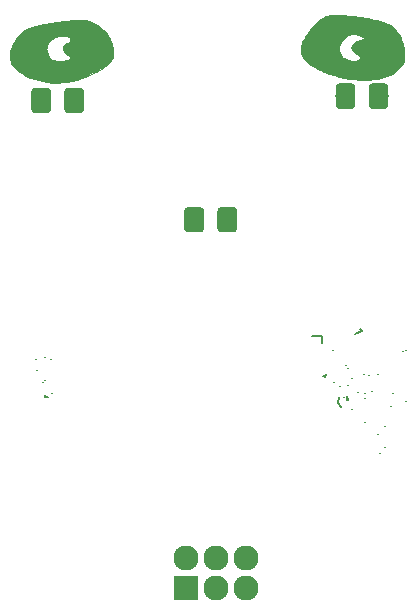
<source format=gbr>
G04 #@! TF.GenerationSoftware,KiCad,Pcbnew,(5.1.2)-1*
G04 #@! TF.CreationDate,2019-06-30T22:56:59-05:00*
G04 #@! TF.ProjectId,hank-hill-sao,68616e6b-2d68-4696-9c6c-2d73616f2e6b,rev?*
G04 #@! TF.SameCoordinates,Original*
G04 #@! TF.FileFunction,Soldermask,Bot*
G04 #@! TF.FilePolarity,Negative*
%FSLAX46Y46*%
G04 Gerber Fmt 4.6, Leading zero omitted, Abs format (unit mm)*
G04 Created by KiCad (PCBNEW (5.1.2)-1) date 2019-06-30 22:56:59*
%MOMM*%
%LPD*%
G04 APERTURE LIST*
%ADD10C,0.200000*%
%ADD11C,0.010000*%
%ADD12C,0.100000*%
%ADD13C,1.650000*%
%ADD14C,2.127200*%
%ADD15O,2.127200X2.127200*%
%ADD16R,2.127200X2.127200*%
G04 APERTURE END LIST*
D10*
X-14990875Y-18203593D02*
X-14990875Y-18203593D01*
X-16260565Y-18178565D02*
X-16260895Y-18178543D01*
X-15536912Y-19957873D02*
X-15536912Y-19957873D01*
X-16219075Y-19060258D02*
X-16219075Y-19060258D01*
X-14926540Y-21034535D02*
X-14926540Y-21068510D01*
X-15699452Y-20074288D02*
X-15699452Y-20071963D01*
X-15523967Y-18014593D02*
X-15523967Y-18014593D01*
X-15498842Y-21378395D02*
X-15304300Y-21355295D01*
X-15498842Y-21182593D02*
X-15498842Y-21378395D01*
X11261093Y-15772735D02*
X11090079Y-15621784D01*
X8855054Y-17441942D02*
X8855054Y-17441942D01*
X12621343Y-19435370D02*
X12621343Y-19435370D01*
X8904495Y-20106374D02*
X8904495Y-20106374D01*
X15039789Y-21760958D02*
X15039789Y-21760958D01*
X10734879Y-16042817D02*
X11261093Y-15772735D01*
X11449996Y-19424129D02*
X11449996Y-19424129D01*
X9527982Y-22188041D02*
X9283915Y-21911232D01*
X9283915Y-21911232D02*
X9322675Y-21341727D01*
X12836871Y-26094988D02*
X12836871Y-26094988D01*
X7923489Y-16809146D02*
X7879982Y-16199301D01*
X7879982Y-16199301D02*
X7031448Y-16205601D01*
X8157186Y-19686245D02*
X8226816Y-19446842D01*
X7975219Y-19576062D02*
X8157186Y-19686245D01*
X13932680Y-21022228D02*
X13932680Y-21022228D01*
X15023040Y-17383434D02*
X15023040Y-17383434D01*
X9449088Y-20465672D02*
X9449088Y-20465672D01*
X10431470Y-19743107D02*
X10431470Y-19743107D01*
X10109904Y-18920959D02*
X10109904Y-18920959D01*
X9951615Y-18685744D02*
X9951615Y-18685744D01*
X10138110Y-20383445D02*
X10138110Y-20383445D01*
X11852706Y-19528730D02*
X11852706Y-19528730D01*
X12145382Y-20868059D02*
X12145382Y-20868059D01*
X14769639Y-17490641D02*
X14769639Y-17490641D01*
X12631525Y-24503567D02*
X12631525Y-24503567D01*
X11517851Y-21480398D02*
X11517851Y-21480398D01*
X13739203Y-22170104D02*
X13739203Y-22170104D01*
X10417859Y-22432239D02*
X10417859Y-22432239D01*
X10946923Y-20991740D02*
X10946923Y-20991740D01*
X11517236Y-21001032D02*
X11517236Y-21001032D01*
X9773730Y-21363073D02*
X9773730Y-21363073D01*
X10059032Y-21315188D02*
X10104879Y-21630660D01*
X13261781Y-23849909D02*
X13261781Y-23849909D01*
X11519214Y-23493516D02*
X11519214Y-23493516D01*
X10050069Y-21615570D02*
X10059032Y-21315188D01*
X13280003Y-25629247D02*
X13280003Y-25629247D01*
D11*
G36*
X-12404078Y10557734D02*
G01*
X-12293733Y10551641D01*
X-12191207Y10541167D01*
X-12094775Y10526288D01*
X-12002713Y10506979D01*
X-11913296Y10483217D01*
X-11824801Y10454978D01*
X-11735503Y10422236D01*
X-11645900Y10385906D01*
X-11389975Y10270059D01*
X-11157639Y10147815D01*
X-10947647Y10018114D01*
X-10758755Y9879894D01*
X-10589719Y9732096D01*
X-10439294Y9573657D01*
X-10306236Y9403518D01*
X-10189301Y9220618D01*
X-10114426Y9080500D01*
X-10025958Y8890097D01*
X-9947425Y8697494D01*
X-9880581Y8507732D01*
X-9827185Y8325855D01*
X-9788991Y8156906D01*
X-9784918Y8134350D01*
X-9773341Y8047028D01*
X-9766131Y7947586D01*
X-9763306Y7843210D01*
X-9764882Y7741082D01*
X-9770879Y7648386D01*
X-9781314Y7572306D01*
X-9783503Y7561668D01*
X-9825166Y7410871D01*
X-9883271Y7266310D01*
X-9958717Y7127106D01*
X-10052400Y6992379D01*
X-10165220Y6861251D01*
X-10298074Y6732842D01*
X-10451860Y6606272D01*
X-10627476Y6480662D01*
X-10825819Y6355133D01*
X-11047789Y6228805D01*
X-11254960Y6120519D01*
X-11662775Y5926026D01*
X-12067800Y5755439D01*
X-12469652Y5608848D01*
X-12867946Y5486343D01*
X-13262299Y5388015D01*
X-13652327Y5313954D01*
X-14037646Y5264251D01*
X-14417873Y5238995D01*
X-14792623Y5238278D01*
X-14966950Y5246456D01*
X-15333479Y5281935D01*
X-15700385Y5342020D01*
X-16065346Y5426059D01*
X-16426043Y5533401D01*
X-16780155Y5663394D01*
X-17125362Y5815387D01*
X-17294383Y5899681D01*
X-17520939Y6026004D01*
X-17722903Y6157197D01*
X-17900705Y6293763D01*
X-18054775Y6436204D01*
X-18185544Y6585021D01*
X-18293441Y6740717D01*
X-18378895Y6903792D01*
X-18442338Y7074749D01*
X-18484198Y7254089D01*
X-18490758Y7296150D01*
X-18503566Y7468811D01*
X-18494835Y7654142D01*
X-18464691Y7851554D01*
X-18413259Y8060459D01*
X-18395653Y8113768D01*
X-15416148Y8113768D01*
X-15410120Y7956217D01*
X-15379134Y7796239D01*
X-15323139Y7633209D01*
X-15284146Y7547068D01*
X-15217514Y7427076D01*
X-15144338Y7328905D01*
X-15061692Y7250557D01*
X-14966648Y7190032D01*
X-14856278Y7145331D01*
X-14727654Y7114453D01*
X-14630400Y7100569D01*
X-14560725Y7094916D01*
X-14472997Y7091073D01*
X-14373245Y7089001D01*
X-14267496Y7088662D01*
X-14161777Y7090017D01*
X-14062115Y7093028D01*
X-13974538Y7097655D01*
X-13905072Y7103860D01*
X-13893800Y7105298D01*
X-13783931Y7122491D01*
X-13693218Y7141994D01*
X-13615430Y7165452D01*
X-13544332Y7194514D01*
X-13529460Y7201585D01*
X-13461681Y7240458D01*
X-13416807Y7281155D01*
X-13392367Y7326634D01*
X-13385800Y7373659D01*
X-13394441Y7421200D01*
X-13421438Y7466723D01*
X-13468404Y7511721D01*
X-13536951Y7557691D01*
X-13628692Y7606128D01*
X-13644817Y7613822D01*
X-13711790Y7646645D01*
X-13761391Y7674558D01*
X-13799948Y7701780D01*
X-13833791Y7732530D01*
X-13852400Y7752157D01*
X-13920446Y7840155D01*
X-13968982Y7936015D01*
X-14001547Y8046788D01*
X-14002475Y8051188D01*
X-14013699Y8153457D01*
X-14005192Y8250241D01*
X-13978794Y8338736D01*
X-13936344Y8416141D01*
X-13879679Y8479651D01*
X-13810638Y8526466D01*
X-13731061Y8553781D01*
X-13668838Y8559800D01*
X-13598724Y8571848D01*
X-13532712Y8605382D01*
X-13474701Y8656489D01*
X-13428590Y8721256D01*
X-13398276Y8795771D01*
X-13389691Y8839982D01*
X-13391950Y8918688D01*
X-13417455Y8988747D01*
X-13465008Y9048405D01*
X-13533407Y9095908D01*
X-13578435Y9115831D01*
X-13633022Y9134903D01*
X-13684630Y9149546D01*
X-13737862Y9160310D01*
X-13797324Y9167748D01*
X-13867624Y9172411D01*
X-13953365Y9174850D01*
X-14059154Y9175616D01*
X-14077950Y9175620D01*
X-14194326Y9174597D01*
X-14290728Y9171128D01*
X-14372524Y9164433D01*
X-14445087Y9153735D01*
X-14513787Y9138252D01*
X-14583993Y9117207D01*
X-14655800Y9091791D01*
X-14811857Y9021761D01*
X-14954322Y8933753D01*
X-15081133Y8829741D01*
X-15190228Y8711698D01*
X-15279546Y8581596D01*
X-15347023Y8441410D01*
X-15353526Y8424083D01*
X-15397267Y8269515D01*
X-15416148Y8113768D01*
X-18395653Y8113768D01*
X-18340664Y8280266D01*
X-18247032Y8510388D01*
X-18218950Y8572500D01*
X-18115529Y8781651D01*
X-18008463Y8967876D01*
X-17896174Y9133566D01*
X-17777087Y9281113D01*
X-17691118Y9372600D01*
X-17585670Y9471993D01*
X-17480539Y9557643D01*
X-17368942Y9634315D01*
X-17244100Y9706773D01*
X-17138650Y9760750D01*
X-17032326Y9810414D01*
X-16920877Y9857579D01*
X-16802965Y9902529D01*
X-16677253Y9945547D01*
X-16542406Y9986917D01*
X-16397086Y10026922D01*
X-16239957Y10065846D01*
X-16069681Y10103973D01*
X-15884923Y10141586D01*
X-15684344Y10178968D01*
X-15466609Y10216404D01*
X-15230381Y10254177D01*
X-14974322Y10292569D01*
X-14697096Y10331866D01*
X-14397367Y10372350D01*
X-14073797Y10414305D01*
X-14033500Y10419427D01*
X-13775201Y10451673D01*
X-13540238Y10479755D01*
X-13326887Y10503650D01*
X-13133424Y10523334D01*
X-12958124Y10538782D01*
X-12799264Y10549970D01*
X-12655119Y10556875D01*
X-12523965Y10559471D01*
X-12404078Y10557734D01*
X-12404078Y10557734D01*
G37*
X-12404078Y10557734D02*
X-12293733Y10551641D01*
X-12191207Y10541167D01*
X-12094775Y10526288D01*
X-12002713Y10506979D01*
X-11913296Y10483217D01*
X-11824801Y10454978D01*
X-11735503Y10422236D01*
X-11645900Y10385906D01*
X-11389975Y10270059D01*
X-11157639Y10147815D01*
X-10947647Y10018114D01*
X-10758755Y9879894D01*
X-10589719Y9732096D01*
X-10439294Y9573657D01*
X-10306236Y9403518D01*
X-10189301Y9220618D01*
X-10114426Y9080500D01*
X-10025958Y8890097D01*
X-9947425Y8697494D01*
X-9880581Y8507732D01*
X-9827185Y8325855D01*
X-9788991Y8156906D01*
X-9784918Y8134350D01*
X-9773341Y8047028D01*
X-9766131Y7947586D01*
X-9763306Y7843210D01*
X-9764882Y7741082D01*
X-9770879Y7648386D01*
X-9781314Y7572306D01*
X-9783503Y7561668D01*
X-9825166Y7410871D01*
X-9883271Y7266310D01*
X-9958717Y7127106D01*
X-10052400Y6992379D01*
X-10165220Y6861251D01*
X-10298074Y6732842D01*
X-10451860Y6606272D01*
X-10627476Y6480662D01*
X-10825819Y6355133D01*
X-11047789Y6228805D01*
X-11254960Y6120519D01*
X-11662775Y5926026D01*
X-12067800Y5755439D01*
X-12469652Y5608848D01*
X-12867946Y5486343D01*
X-13262299Y5388015D01*
X-13652327Y5313954D01*
X-14037646Y5264251D01*
X-14417873Y5238995D01*
X-14792623Y5238278D01*
X-14966950Y5246456D01*
X-15333479Y5281935D01*
X-15700385Y5342020D01*
X-16065346Y5426059D01*
X-16426043Y5533401D01*
X-16780155Y5663394D01*
X-17125362Y5815387D01*
X-17294383Y5899681D01*
X-17520939Y6026004D01*
X-17722903Y6157197D01*
X-17900705Y6293763D01*
X-18054775Y6436204D01*
X-18185544Y6585021D01*
X-18293441Y6740717D01*
X-18378895Y6903792D01*
X-18442338Y7074749D01*
X-18484198Y7254089D01*
X-18490758Y7296150D01*
X-18503566Y7468811D01*
X-18494835Y7654142D01*
X-18464691Y7851554D01*
X-18413259Y8060459D01*
X-18395653Y8113768D01*
X-15416148Y8113768D01*
X-15410120Y7956217D01*
X-15379134Y7796239D01*
X-15323139Y7633209D01*
X-15284146Y7547068D01*
X-15217514Y7427076D01*
X-15144338Y7328905D01*
X-15061692Y7250557D01*
X-14966648Y7190032D01*
X-14856278Y7145331D01*
X-14727654Y7114453D01*
X-14630400Y7100569D01*
X-14560725Y7094916D01*
X-14472997Y7091073D01*
X-14373245Y7089001D01*
X-14267496Y7088662D01*
X-14161777Y7090017D01*
X-14062115Y7093028D01*
X-13974538Y7097655D01*
X-13905072Y7103860D01*
X-13893800Y7105298D01*
X-13783931Y7122491D01*
X-13693218Y7141994D01*
X-13615430Y7165452D01*
X-13544332Y7194514D01*
X-13529460Y7201585D01*
X-13461681Y7240458D01*
X-13416807Y7281155D01*
X-13392367Y7326634D01*
X-13385800Y7373659D01*
X-13394441Y7421200D01*
X-13421438Y7466723D01*
X-13468404Y7511721D01*
X-13536951Y7557691D01*
X-13628692Y7606128D01*
X-13644817Y7613822D01*
X-13711790Y7646645D01*
X-13761391Y7674558D01*
X-13799948Y7701780D01*
X-13833791Y7732530D01*
X-13852400Y7752157D01*
X-13920446Y7840155D01*
X-13968982Y7936015D01*
X-14001547Y8046788D01*
X-14002475Y8051188D01*
X-14013699Y8153457D01*
X-14005192Y8250241D01*
X-13978794Y8338736D01*
X-13936344Y8416141D01*
X-13879679Y8479651D01*
X-13810638Y8526466D01*
X-13731061Y8553781D01*
X-13668838Y8559800D01*
X-13598724Y8571848D01*
X-13532712Y8605382D01*
X-13474701Y8656489D01*
X-13428590Y8721256D01*
X-13398276Y8795771D01*
X-13389691Y8839982D01*
X-13391950Y8918688D01*
X-13417455Y8988747D01*
X-13465008Y9048405D01*
X-13533407Y9095908D01*
X-13578435Y9115831D01*
X-13633022Y9134903D01*
X-13684630Y9149546D01*
X-13737862Y9160310D01*
X-13797324Y9167748D01*
X-13867624Y9172411D01*
X-13953365Y9174850D01*
X-14059154Y9175616D01*
X-14077950Y9175620D01*
X-14194326Y9174597D01*
X-14290728Y9171128D01*
X-14372524Y9164433D01*
X-14445087Y9153735D01*
X-14513787Y9138252D01*
X-14583993Y9117207D01*
X-14655800Y9091791D01*
X-14811857Y9021761D01*
X-14954322Y8933753D01*
X-15081133Y8829741D01*
X-15190228Y8711698D01*
X-15279546Y8581596D01*
X-15347023Y8441410D01*
X-15353526Y8424083D01*
X-15397267Y8269515D01*
X-15416148Y8113768D01*
X-18395653Y8113768D01*
X-18340664Y8280266D01*
X-18247032Y8510388D01*
X-18218950Y8572500D01*
X-18115529Y8781651D01*
X-18008463Y8967876D01*
X-17896174Y9133566D01*
X-17777087Y9281113D01*
X-17691118Y9372600D01*
X-17585670Y9471993D01*
X-17480539Y9557643D01*
X-17368942Y9634315D01*
X-17244100Y9706773D01*
X-17138650Y9760750D01*
X-17032326Y9810414D01*
X-16920877Y9857579D01*
X-16802965Y9902529D01*
X-16677253Y9945547D01*
X-16542406Y9986917D01*
X-16397086Y10026922D01*
X-16239957Y10065846D01*
X-16069681Y10103973D01*
X-15884923Y10141586D01*
X-15684344Y10178968D01*
X-15466609Y10216404D01*
X-15230381Y10254177D01*
X-14974322Y10292569D01*
X-14697096Y10331866D01*
X-14397367Y10372350D01*
X-14073797Y10414305D01*
X-14033500Y10419427D01*
X-13775201Y10451673D01*
X-13540238Y10479755D01*
X-13326887Y10503650D01*
X-13133424Y10523334D01*
X-12958124Y10538782D01*
X-12799264Y10549970D01*
X-12655119Y10556875D01*
X-12523965Y10559471D01*
X-12404078Y10557734D01*
G36*
X9234904Y10971372D02*
G01*
X9361030Y10968843D01*
X9483096Y10964738D01*
X9596202Y10959084D01*
X9673226Y10953765D01*
X9854846Y10938050D01*
X10056057Y10918401D01*
X10271462Y10895456D01*
X10495667Y10869854D01*
X10723278Y10842231D01*
X10948897Y10813228D01*
X11167132Y10783480D01*
X11372586Y10753628D01*
X11398250Y10749746D01*
X11733857Y10695774D01*
X12045247Y10639219D01*
X12333530Y10579389D01*
X12599817Y10515590D01*
X12845221Y10447126D01*
X13070852Y10373304D01*
X13277823Y10293430D01*
X13467244Y10206810D01*
X13640227Y10112749D01*
X13797884Y10010555D01*
X13941327Y9899532D01*
X14071666Y9778987D01*
X14190013Y9648226D01*
X14297479Y9506554D01*
X14395177Y9353278D01*
X14484217Y9187703D01*
X14565712Y9009136D01*
X14640771Y8816882D01*
X14681551Y8699564D01*
X14745948Y8496287D01*
X14797325Y8310200D01*
X14836469Y8137178D01*
X14864166Y7973091D01*
X14881206Y7813812D01*
X14888375Y7655214D01*
X14888719Y7613650D01*
X14880942Y7409375D01*
X14856476Y7221427D01*
X14814271Y7046121D01*
X14753279Y6879772D01*
X14672451Y6718692D01*
X14601445Y6604000D01*
X14543464Y6526723D01*
X14468698Y6441706D01*
X14382337Y6353946D01*
X14289573Y6268438D01*
X14195596Y6190180D01*
X14105596Y6124167D01*
X14097000Y6118422D01*
X13890474Y5994915D01*
X13663070Y5883404D01*
X13416486Y5784249D01*
X13152421Y5697811D01*
X12872575Y5624449D01*
X12578647Y5564524D01*
X12272336Y5518395D01*
X11955340Y5486424D01*
X11629360Y5468969D01*
X11296094Y5466391D01*
X11055350Y5473819D01*
X10621171Y5505752D01*
X10184571Y5560591D01*
X9748827Y5637581D01*
X9317217Y5735962D01*
X8893021Y5854977D01*
X8479517Y5993870D01*
X8079983Y6151881D01*
X8032750Y6172259D01*
X7920926Y6222625D01*
X7797585Y6281061D01*
X7668789Y6344490D01*
X7540603Y6409831D01*
X7419090Y6474006D01*
X7310317Y6533936D01*
X7239000Y6575285D01*
X7020341Y6713517D01*
X6826646Y6852318D01*
X6657478Y6992240D01*
X6512400Y7133829D01*
X6390978Y7277634D01*
X6292773Y7424205D01*
X6217350Y7574090D01*
X6164272Y7727836D01*
X6133103Y7885994D01*
X6125112Y7975600D01*
X6126262Y8096148D01*
X9355388Y8096148D01*
X9359289Y8000115D01*
X9369971Y7916266D01*
X9376523Y7886700D01*
X9402659Y7807643D01*
X9440720Y7719725D01*
X9486184Y7631834D01*
X9534531Y7552859D01*
X9571957Y7502419D01*
X9646702Y7422020D01*
X9728672Y7353324D01*
X9824384Y7291399D01*
X9912350Y7244832D01*
X10071412Y7177829D01*
X10237369Y7128880D01*
X10405426Y7098766D01*
X10570785Y7088268D01*
X10728650Y7098164D01*
X10772325Y7104957D01*
X10871908Y7129191D01*
X10957461Y7162980D01*
X11026925Y7204610D01*
X11078244Y7252369D01*
X11109360Y7304545D01*
X11118217Y7359423D01*
X11113240Y7388817D01*
X11084880Y7452134D01*
X11036936Y7519524D01*
X10973704Y7586405D01*
X10899481Y7648191D01*
X10824315Y7697086D01*
X10700761Y7772972D01*
X10600466Y7848265D01*
X10521409Y7924805D01*
X10461565Y8004434D01*
X10436046Y8050338D01*
X10403053Y8143712D01*
X10394842Y8237781D01*
X10410882Y8331097D01*
X10450646Y8422213D01*
X10513604Y8509679D01*
X10599228Y8592049D01*
X10647158Y8628595D01*
X10694618Y8660712D01*
X10744926Y8691130D01*
X10801501Y8721479D01*
X10867760Y8753392D01*
X10947119Y8788498D01*
X11042996Y8828430D01*
X11158807Y8874820D01*
X11182350Y8884106D01*
X11263056Y8915881D01*
X11337364Y8945141D01*
X11401509Y8970403D01*
X11451726Y8990185D01*
X11484248Y9003003D01*
X11493500Y9006654D01*
X11510692Y9014482D01*
X11512983Y9021868D01*
X11497722Y9032848D01*
X11465044Y9050037D01*
X11404046Y9080233D01*
X11330220Y9115151D01*
X11248370Y9152683D01*
X11163297Y9190717D01*
X11079806Y9227143D01*
X11002700Y9259851D01*
X10936780Y9286732D01*
X10886851Y9305674D01*
X10871191Y9310948D01*
X10830176Y9322848D01*
X10791674Y9331153D01*
X10749636Y9336482D01*
X10698016Y9339454D01*
X10630768Y9340687D01*
X10579100Y9340850D01*
X10478268Y9339166D01*
X10394980Y9333023D01*
X10321534Y9320792D01*
X10250233Y9300841D01*
X10173377Y9271539D01*
X10101301Y9239616D01*
X9954646Y9158488D01*
X9818155Y9056079D01*
X9694230Y8935296D01*
X9585273Y8799040D01*
X9493685Y8650219D01*
X9421869Y8491735D01*
X9383188Y8371160D01*
X9367456Y8290289D01*
X9358150Y8195746D01*
X9355388Y8096148D01*
X6126262Y8096148D01*
X6126626Y8134298D01*
X6147688Y8299042D01*
X6188613Y8470479D01*
X6249715Y8649256D01*
X6331309Y8836020D01*
X6433710Y9031418D01*
X6557232Y9236096D01*
X6702190Y9450702D01*
X6868900Y9675883D01*
X7057674Y9912286D01*
X7080946Y9940382D01*
X7238594Y10123925D01*
X7388684Y10285337D01*
X7533366Y10425960D01*
X7674788Y10547133D01*
X7815103Y10650198D01*
X7956459Y10736496D01*
X8101006Y10807368D01*
X8250895Y10864154D01*
X8408275Y10908194D01*
X8575297Y10940831D01*
X8714874Y10959367D01*
X8787800Y10965150D01*
X8881166Y10969214D01*
X8990072Y10971586D01*
X9109618Y10972296D01*
X9234904Y10971372D01*
X9234904Y10971372D01*
G37*
X9234904Y10971372D02*
X9361030Y10968843D01*
X9483096Y10964738D01*
X9596202Y10959084D01*
X9673226Y10953765D01*
X9854846Y10938050D01*
X10056057Y10918401D01*
X10271462Y10895456D01*
X10495667Y10869854D01*
X10723278Y10842231D01*
X10948897Y10813228D01*
X11167132Y10783480D01*
X11372586Y10753628D01*
X11398250Y10749746D01*
X11733857Y10695774D01*
X12045247Y10639219D01*
X12333530Y10579389D01*
X12599817Y10515590D01*
X12845221Y10447126D01*
X13070852Y10373304D01*
X13277823Y10293430D01*
X13467244Y10206810D01*
X13640227Y10112749D01*
X13797884Y10010555D01*
X13941327Y9899532D01*
X14071666Y9778987D01*
X14190013Y9648226D01*
X14297479Y9506554D01*
X14395177Y9353278D01*
X14484217Y9187703D01*
X14565712Y9009136D01*
X14640771Y8816882D01*
X14681551Y8699564D01*
X14745948Y8496287D01*
X14797325Y8310200D01*
X14836469Y8137178D01*
X14864166Y7973091D01*
X14881206Y7813812D01*
X14888375Y7655214D01*
X14888719Y7613650D01*
X14880942Y7409375D01*
X14856476Y7221427D01*
X14814271Y7046121D01*
X14753279Y6879772D01*
X14672451Y6718692D01*
X14601445Y6604000D01*
X14543464Y6526723D01*
X14468698Y6441706D01*
X14382337Y6353946D01*
X14289573Y6268438D01*
X14195596Y6190180D01*
X14105596Y6124167D01*
X14097000Y6118422D01*
X13890474Y5994915D01*
X13663070Y5883404D01*
X13416486Y5784249D01*
X13152421Y5697811D01*
X12872575Y5624449D01*
X12578647Y5564524D01*
X12272336Y5518395D01*
X11955340Y5486424D01*
X11629360Y5468969D01*
X11296094Y5466391D01*
X11055350Y5473819D01*
X10621171Y5505752D01*
X10184571Y5560591D01*
X9748827Y5637581D01*
X9317217Y5735962D01*
X8893021Y5854977D01*
X8479517Y5993870D01*
X8079983Y6151881D01*
X8032750Y6172259D01*
X7920926Y6222625D01*
X7797585Y6281061D01*
X7668789Y6344490D01*
X7540603Y6409831D01*
X7419090Y6474006D01*
X7310317Y6533936D01*
X7239000Y6575285D01*
X7020341Y6713517D01*
X6826646Y6852318D01*
X6657478Y6992240D01*
X6512400Y7133829D01*
X6390978Y7277634D01*
X6292773Y7424205D01*
X6217350Y7574090D01*
X6164272Y7727836D01*
X6133103Y7885994D01*
X6125112Y7975600D01*
X6126262Y8096148D01*
X9355388Y8096148D01*
X9359289Y8000115D01*
X9369971Y7916266D01*
X9376523Y7886700D01*
X9402659Y7807643D01*
X9440720Y7719725D01*
X9486184Y7631834D01*
X9534531Y7552859D01*
X9571957Y7502419D01*
X9646702Y7422020D01*
X9728672Y7353324D01*
X9824384Y7291399D01*
X9912350Y7244832D01*
X10071412Y7177829D01*
X10237369Y7128880D01*
X10405426Y7098766D01*
X10570785Y7088268D01*
X10728650Y7098164D01*
X10772325Y7104957D01*
X10871908Y7129191D01*
X10957461Y7162980D01*
X11026925Y7204610D01*
X11078244Y7252369D01*
X11109360Y7304545D01*
X11118217Y7359423D01*
X11113240Y7388817D01*
X11084880Y7452134D01*
X11036936Y7519524D01*
X10973704Y7586405D01*
X10899481Y7648191D01*
X10824315Y7697086D01*
X10700761Y7772972D01*
X10600466Y7848265D01*
X10521409Y7924805D01*
X10461565Y8004434D01*
X10436046Y8050338D01*
X10403053Y8143712D01*
X10394842Y8237781D01*
X10410882Y8331097D01*
X10450646Y8422213D01*
X10513604Y8509679D01*
X10599228Y8592049D01*
X10647158Y8628595D01*
X10694618Y8660712D01*
X10744926Y8691130D01*
X10801501Y8721479D01*
X10867760Y8753392D01*
X10947119Y8788498D01*
X11042996Y8828430D01*
X11158807Y8874820D01*
X11182350Y8884106D01*
X11263056Y8915881D01*
X11337364Y8945141D01*
X11401509Y8970403D01*
X11451726Y8990185D01*
X11484248Y9003003D01*
X11493500Y9006654D01*
X11510692Y9014482D01*
X11512983Y9021868D01*
X11497722Y9032848D01*
X11465044Y9050037D01*
X11404046Y9080233D01*
X11330220Y9115151D01*
X11248370Y9152683D01*
X11163297Y9190717D01*
X11079806Y9227143D01*
X11002700Y9259851D01*
X10936780Y9286732D01*
X10886851Y9305674D01*
X10871191Y9310948D01*
X10830176Y9322848D01*
X10791674Y9331153D01*
X10749636Y9336482D01*
X10698016Y9339454D01*
X10630768Y9340687D01*
X10579100Y9340850D01*
X10478268Y9339166D01*
X10394980Y9333023D01*
X10321534Y9320792D01*
X10250233Y9300841D01*
X10173377Y9271539D01*
X10101301Y9239616D01*
X9954646Y9158488D01*
X9818155Y9056079D01*
X9694230Y8935296D01*
X9585273Y8799040D01*
X9493685Y8650219D01*
X9421869Y8491735D01*
X9383188Y8371160D01*
X9367456Y8290289D01*
X9358150Y8195746D01*
X9355388Y8096148D01*
X6126262Y8096148D01*
X6126626Y8134298D01*
X6147688Y8299042D01*
X6188613Y8470479D01*
X6249715Y8649256D01*
X6331309Y8836020D01*
X6433710Y9031418D01*
X6557232Y9236096D01*
X6702190Y9450702D01*
X6868900Y9675883D01*
X7057674Y9912286D01*
X7080946Y9940382D01*
X7238594Y10123925D01*
X7388684Y10285337D01*
X7533366Y10425960D01*
X7674788Y10547133D01*
X7815103Y10650198D01*
X7956459Y10736496D01*
X8101006Y10807368D01*
X8250895Y10864154D01*
X8408275Y10908194D01*
X8575297Y10940831D01*
X8714874Y10959367D01*
X8787800Y10965150D01*
X8881166Y10969214D01*
X8990072Y10971586D01*
X9109618Y10972296D01*
X9234904Y10971372D01*
D12*
G36*
X-15340494Y4804671D02*
G01*
X-15308460Y4799919D01*
X-15277046Y4792050D01*
X-15246554Y4781140D01*
X-15217279Y4767294D01*
X-15189502Y4750645D01*
X-15163490Y4731353D01*
X-15139495Y4709605D01*
X-15117747Y4685610D01*
X-15098455Y4659598D01*
X-15081806Y4631821D01*
X-15067960Y4602546D01*
X-15057050Y4572054D01*
X-15049181Y4540640D01*
X-15044429Y4508606D01*
X-15042840Y4476260D01*
X-15042840Y2986260D01*
X-15044429Y2953914D01*
X-15049181Y2921880D01*
X-15057050Y2890466D01*
X-15067960Y2859974D01*
X-15081806Y2830699D01*
X-15098455Y2802922D01*
X-15117747Y2776910D01*
X-15139495Y2752915D01*
X-15163490Y2731167D01*
X-15189502Y2711875D01*
X-15217279Y2695226D01*
X-15246554Y2681380D01*
X-15277046Y2670470D01*
X-15308460Y2662601D01*
X-15340494Y2657849D01*
X-15372840Y2656260D01*
X-16362840Y2656260D01*
X-16395186Y2657849D01*
X-16427220Y2662601D01*
X-16458634Y2670470D01*
X-16489126Y2681380D01*
X-16518401Y2695226D01*
X-16546178Y2711875D01*
X-16572190Y2731167D01*
X-16596185Y2752915D01*
X-16617933Y2776910D01*
X-16637225Y2802922D01*
X-16653874Y2830699D01*
X-16667720Y2859974D01*
X-16678630Y2890466D01*
X-16686499Y2921880D01*
X-16691251Y2953914D01*
X-16692840Y2986260D01*
X-16692840Y4476260D01*
X-16691251Y4508606D01*
X-16686499Y4540640D01*
X-16678630Y4572054D01*
X-16667720Y4602546D01*
X-16653874Y4631821D01*
X-16637225Y4659598D01*
X-16617933Y4685610D01*
X-16596185Y4709605D01*
X-16572190Y4731353D01*
X-16546178Y4750645D01*
X-16518401Y4767294D01*
X-16489126Y4781140D01*
X-16458634Y4792050D01*
X-16427220Y4799919D01*
X-16395186Y4804671D01*
X-16362840Y4806260D01*
X-15372840Y4806260D01*
X-15340494Y4804671D01*
X-15340494Y4804671D01*
G37*
D13*
X-15867840Y3731260D03*
D12*
G36*
X-12540494Y4804671D02*
G01*
X-12508460Y4799919D01*
X-12477046Y4792050D01*
X-12446554Y4781140D01*
X-12417279Y4767294D01*
X-12389502Y4750645D01*
X-12363490Y4731353D01*
X-12339495Y4709605D01*
X-12317747Y4685610D01*
X-12298455Y4659598D01*
X-12281806Y4631821D01*
X-12267960Y4602546D01*
X-12257050Y4572054D01*
X-12249181Y4540640D01*
X-12244429Y4508606D01*
X-12242840Y4476260D01*
X-12242840Y2986260D01*
X-12244429Y2953914D01*
X-12249181Y2921880D01*
X-12257050Y2890466D01*
X-12267960Y2859974D01*
X-12281806Y2830699D01*
X-12298455Y2802922D01*
X-12317747Y2776910D01*
X-12339495Y2752915D01*
X-12363490Y2731167D01*
X-12389502Y2711875D01*
X-12417279Y2695226D01*
X-12446554Y2681380D01*
X-12477046Y2670470D01*
X-12508460Y2662601D01*
X-12540494Y2657849D01*
X-12572840Y2656260D01*
X-13562840Y2656260D01*
X-13595186Y2657849D01*
X-13627220Y2662601D01*
X-13658634Y2670470D01*
X-13689126Y2681380D01*
X-13718401Y2695226D01*
X-13746178Y2711875D01*
X-13772190Y2731167D01*
X-13796185Y2752915D01*
X-13817933Y2776910D01*
X-13837225Y2802922D01*
X-13853874Y2830699D01*
X-13867720Y2859974D01*
X-13878630Y2890466D01*
X-13886499Y2921880D01*
X-13891251Y2953914D01*
X-13892840Y2986260D01*
X-13892840Y4476260D01*
X-13891251Y4508606D01*
X-13886499Y4540640D01*
X-13878630Y4572054D01*
X-13867720Y4602546D01*
X-13853874Y4631821D01*
X-13837225Y4659598D01*
X-13817933Y4685610D01*
X-13796185Y4709605D01*
X-13772190Y4731353D01*
X-13746178Y4750645D01*
X-13718401Y4767294D01*
X-13689126Y4781140D01*
X-13658634Y4792050D01*
X-13627220Y4799919D01*
X-13595186Y4804671D01*
X-13562840Y4806260D01*
X-12572840Y4806260D01*
X-12540494Y4804671D01*
X-12540494Y4804671D01*
G37*
D13*
X-13067840Y3731260D03*
D12*
G36*
X13225266Y5172971D02*
G01*
X13257300Y5168219D01*
X13288714Y5160350D01*
X13319206Y5149440D01*
X13348481Y5135594D01*
X13376258Y5118945D01*
X13402270Y5099653D01*
X13426265Y5077905D01*
X13448013Y5053910D01*
X13467305Y5027898D01*
X13483954Y5000121D01*
X13497800Y4970846D01*
X13508710Y4940354D01*
X13516579Y4908940D01*
X13521331Y4876906D01*
X13522920Y4844560D01*
X13522920Y3354560D01*
X13521331Y3322214D01*
X13516579Y3290180D01*
X13508710Y3258766D01*
X13497800Y3228274D01*
X13483954Y3198999D01*
X13467305Y3171222D01*
X13448013Y3145210D01*
X13426265Y3121215D01*
X13402270Y3099467D01*
X13376258Y3080175D01*
X13348481Y3063526D01*
X13319206Y3049680D01*
X13288714Y3038770D01*
X13257300Y3030901D01*
X13225266Y3026149D01*
X13192920Y3024560D01*
X12202920Y3024560D01*
X12170574Y3026149D01*
X12138540Y3030901D01*
X12107126Y3038770D01*
X12076634Y3049680D01*
X12047359Y3063526D01*
X12019582Y3080175D01*
X11993570Y3099467D01*
X11969575Y3121215D01*
X11947827Y3145210D01*
X11928535Y3171222D01*
X11911886Y3198999D01*
X11898040Y3228274D01*
X11887130Y3258766D01*
X11879261Y3290180D01*
X11874509Y3322214D01*
X11872920Y3354560D01*
X11872920Y4844560D01*
X11874509Y4876906D01*
X11879261Y4908940D01*
X11887130Y4940354D01*
X11898040Y4970846D01*
X11911886Y5000121D01*
X11928535Y5027898D01*
X11947827Y5053910D01*
X11969575Y5077905D01*
X11993570Y5099653D01*
X12019582Y5118945D01*
X12047359Y5135594D01*
X12076634Y5149440D01*
X12107126Y5160350D01*
X12138540Y5168219D01*
X12170574Y5172971D01*
X12202920Y5174560D01*
X13192920Y5174560D01*
X13225266Y5172971D01*
X13225266Y5172971D01*
G37*
D13*
X12697920Y4099560D03*
D12*
G36*
X10425266Y5172971D02*
G01*
X10457300Y5168219D01*
X10488714Y5160350D01*
X10519206Y5149440D01*
X10548481Y5135594D01*
X10576258Y5118945D01*
X10602270Y5099653D01*
X10626265Y5077905D01*
X10648013Y5053910D01*
X10667305Y5027898D01*
X10683954Y5000121D01*
X10697800Y4970846D01*
X10708710Y4940354D01*
X10716579Y4908940D01*
X10721331Y4876906D01*
X10722920Y4844560D01*
X10722920Y3354560D01*
X10721331Y3322214D01*
X10716579Y3290180D01*
X10708710Y3258766D01*
X10697800Y3228274D01*
X10683954Y3198999D01*
X10667305Y3171222D01*
X10648013Y3145210D01*
X10626265Y3121215D01*
X10602270Y3099467D01*
X10576258Y3080175D01*
X10548481Y3063526D01*
X10519206Y3049680D01*
X10488714Y3038770D01*
X10457300Y3030901D01*
X10425266Y3026149D01*
X10392920Y3024560D01*
X9402920Y3024560D01*
X9370574Y3026149D01*
X9338540Y3030901D01*
X9307126Y3038770D01*
X9276634Y3049680D01*
X9247359Y3063526D01*
X9219582Y3080175D01*
X9193570Y3099467D01*
X9169575Y3121215D01*
X9147827Y3145210D01*
X9128535Y3171222D01*
X9111886Y3198999D01*
X9098040Y3228274D01*
X9087130Y3258766D01*
X9079261Y3290180D01*
X9074509Y3322214D01*
X9072920Y3354560D01*
X9072920Y4844560D01*
X9074509Y4876906D01*
X9079261Y4908940D01*
X9087130Y4940354D01*
X9098040Y4970846D01*
X9111886Y5000121D01*
X9128535Y5027898D01*
X9147827Y5053910D01*
X9169575Y5077905D01*
X9193570Y5099653D01*
X9219582Y5118945D01*
X9247359Y5135594D01*
X9276634Y5149440D01*
X9307126Y5160350D01*
X9338540Y5168219D01*
X9370574Y5172971D01*
X9402920Y5174560D01*
X10392920Y5174560D01*
X10425266Y5172971D01*
X10425266Y5172971D01*
G37*
D13*
X9897920Y4099560D03*
D12*
G36*
X-2389034Y-5299449D02*
G01*
X-2357000Y-5304201D01*
X-2325586Y-5312070D01*
X-2295094Y-5322980D01*
X-2265819Y-5336826D01*
X-2238042Y-5353475D01*
X-2212030Y-5372767D01*
X-2188035Y-5394515D01*
X-2166287Y-5418510D01*
X-2146995Y-5444522D01*
X-2130346Y-5472299D01*
X-2116500Y-5501574D01*
X-2105590Y-5532066D01*
X-2097721Y-5563480D01*
X-2092969Y-5595514D01*
X-2091380Y-5627860D01*
X-2091380Y-7117860D01*
X-2092969Y-7150206D01*
X-2097721Y-7182240D01*
X-2105590Y-7213654D01*
X-2116500Y-7244146D01*
X-2130346Y-7273421D01*
X-2146995Y-7301198D01*
X-2166287Y-7327210D01*
X-2188035Y-7351205D01*
X-2212030Y-7372953D01*
X-2238042Y-7392245D01*
X-2265819Y-7408894D01*
X-2295094Y-7422740D01*
X-2325586Y-7433650D01*
X-2357000Y-7441519D01*
X-2389034Y-7446271D01*
X-2421380Y-7447860D01*
X-3411380Y-7447860D01*
X-3443726Y-7446271D01*
X-3475760Y-7441519D01*
X-3507174Y-7433650D01*
X-3537666Y-7422740D01*
X-3566941Y-7408894D01*
X-3594718Y-7392245D01*
X-3620730Y-7372953D01*
X-3644725Y-7351205D01*
X-3666473Y-7327210D01*
X-3685765Y-7301198D01*
X-3702414Y-7273421D01*
X-3716260Y-7244146D01*
X-3727170Y-7213654D01*
X-3735039Y-7182240D01*
X-3739791Y-7150206D01*
X-3741380Y-7117860D01*
X-3741380Y-5627860D01*
X-3739791Y-5595514D01*
X-3735039Y-5563480D01*
X-3727170Y-5532066D01*
X-3716260Y-5501574D01*
X-3702414Y-5472299D01*
X-3685765Y-5444522D01*
X-3666473Y-5418510D01*
X-3644725Y-5394515D01*
X-3620730Y-5372767D01*
X-3594718Y-5353475D01*
X-3566941Y-5336826D01*
X-3537666Y-5322980D01*
X-3507174Y-5312070D01*
X-3475760Y-5304201D01*
X-3443726Y-5299449D01*
X-3411380Y-5297860D01*
X-2421380Y-5297860D01*
X-2389034Y-5299449D01*
X-2389034Y-5299449D01*
G37*
D13*
X-2916380Y-6372860D03*
D12*
G36*
X410966Y-5299449D02*
G01*
X443000Y-5304201D01*
X474414Y-5312070D01*
X504906Y-5322980D01*
X534181Y-5336826D01*
X561958Y-5353475D01*
X587970Y-5372767D01*
X611965Y-5394515D01*
X633713Y-5418510D01*
X653005Y-5444522D01*
X669654Y-5472299D01*
X683500Y-5501574D01*
X694410Y-5532066D01*
X702279Y-5563480D01*
X707031Y-5595514D01*
X708620Y-5627860D01*
X708620Y-7117860D01*
X707031Y-7150206D01*
X702279Y-7182240D01*
X694410Y-7213654D01*
X683500Y-7244146D01*
X669654Y-7273421D01*
X653005Y-7301198D01*
X633713Y-7327210D01*
X611965Y-7351205D01*
X587970Y-7372953D01*
X561958Y-7392245D01*
X534181Y-7408894D01*
X504906Y-7422740D01*
X474414Y-7433650D01*
X443000Y-7441519D01*
X410966Y-7446271D01*
X378620Y-7447860D01*
X-611380Y-7447860D01*
X-643726Y-7446271D01*
X-675760Y-7441519D01*
X-707174Y-7433650D01*
X-737666Y-7422740D01*
X-766941Y-7408894D01*
X-794718Y-7392245D01*
X-820730Y-7372953D01*
X-844725Y-7351205D01*
X-866473Y-7327210D01*
X-885765Y-7301198D01*
X-902414Y-7273421D01*
X-916260Y-7244146D01*
X-927170Y-7213654D01*
X-935039Y-7182240D01*
X-939791Y-7150206D01*
X-941380Y-7117860D01*
X-941380Y-5627860D01*
X-939791Y-5595514D01*
X-935039Y-5563480D01*
X-927170Y-5532066D01*
X-916260Y-5501574D01*
X-902414Y-5472299D01*
X-885765Y-5444522D01*
X-866473Y-5418510D01*
X-844725Y-5394515D01*
X-820730Y-5372767D01*
X-794718Y-5353475D01*
X-766941Y-5336826D01*
X-737666Y-5322980D01*
X-707174Y-5312070D01*
X-675760Y-5304201D01*
X-643726Y-5299449D01*
X-611380Y-5297860D01*
X378620Y-5297860D01*
X410966Y-5299449D01*
X410966Y-5299449D01*
G37*
D13*
X-116380Y-6372860D03*
D14*
X1514901Y-34993941D03*
X1514901Y-37533941D03*
D15*
X-1025099Y-34993941D03*
X-1025099Y-37533941D03*
X-3565099Y-34993941D03*
D16*
X-3565099Y-37533941D03*
M02*

</source>
